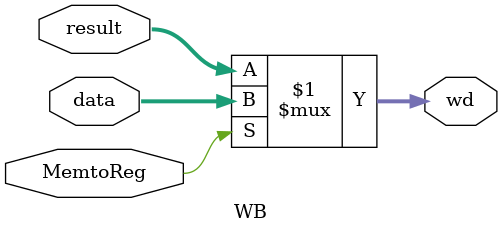
<source format=v>
module WB(wd,data,result,MemtoReg);
input [63:0] data,result;
output [63:0] wd;
input MemtoReg;
assign wd=(MemtoReg)?data:result;
endmodule
</source>
